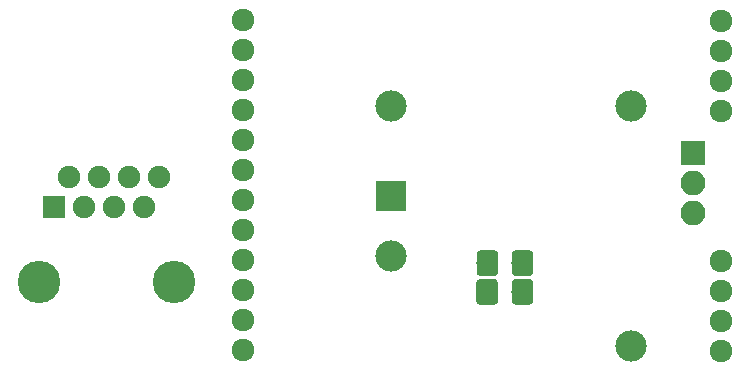
<source format=gbr>
G04 #@! TF.GenerationSoftware,KiCad,Pcbnew,(5.0.0)*
G04 #@! TF.CreationDate,2019-03-29T23:21:28-04:00*
G04 #@! TF.ProjectId,PoEShield,506F45536869656C642E6B696361645F,rev?*
G04 #@! TF.SameCoordinates,Original*
G04 #@! TF.FileFunction,Soldermask,Bot*
G04 #@! TF.FilePolarity,Negative*
%FSLAX46Y46*%
G04 Gerber Fmt 4.6, Leading zero omitted, Abs format (unit mm)*
G04 Created by KiCad (PCBNEW (5.0.0)) date 03/29/19 23:21:28*
%MOMM*%
%LPD*%
G01*
G04 APERTURE LIST*
%ADD10R,2.650000X2.650000*%
%ADD11C,2.650000*%
%ADD12C,1.900000*%
%ADD13R,1.900000X1.900000*%
%ADD14C,3.600000*%
%ADD15R,2.100000X2.100000*%
%ADD16O,2.100000X2.100000*%
%ADD17C,1.924000*%
%ADD18C,0.100000*%
%ADD19C,1.825000*%
G04 APERTURE END LIST*
D10*
G04 #@! TO.C,U3*
X128625600Y-96570800D03*
D11*
X128625600Y-101650800D03*
X148945600Y-109270800D03*
X148945600Y-88950800D03*
X128625600Y-88950800D03*
G04 #@! TD*
D12*
G04 #@! TO.C,J1*
X108966000Y-94996000D03*
X107696000Y-97536000D03*
X106426000Y-94996000D03*
X105156000Y-97536000D03*
X103886000Y-94996000D03*
X102616000Y-97536000D03*
X101346000Y-94996000D03*
D13*
X100076000Y-97536000D03*
D14*
X98806000Y-103886000D03*
X110236000Y-103886000D03*
G04 #@! TD*
D15*
G04 #@! TO.C,J3*
X154178000Y-92964000D03*
D16*
X154178000Y-95504000D03*
X154178000Y-98044000D03*
G04 #@! TD*
D17*
G04 #@! TO.C,U2*
X116102201Y-81685201D03*
X116102201Y-84225201D03*
X116102201Y-86765201D03*
X116102201Y-89305201D03*
X116102201Y-91845201D03*
X116102201Y-94385201D03*
X116102201Y-96925201D03*
X116102201Y-99465201D03*
X116102201Y-102005201D03*
X116102201Y-104545201D03*
X116102201Y-107085201D03*
X116102201Y-109625201D03*
X156542201Y-109675201D03*
X156542201Y-107135201D03*
X156502201Y-104595201D03*
X156542201Y-102055201D03*
X156542201Y-89355201D03*
X156542201Y-86815201D03*
X156542201Y-84275201D03*
X156542201Y-81735201D03*
G04 #@! TD*
D18*
G04 #@! TO.C,C6*
G36*
X137361407Y-103612642D02*
X137392487Y-103617252D01*
X137422966Y-103624887D01*
X137452550Y-103635472D01*
X137480954Y-103648906D01*
X137507904Y-103665059D01*
X137533142Y-103683777D01*
X137556423Y-103704877D01*
X137577523Y-103728158D01*
X137596241Y-103753396D01*
X137612394Y-103780346D01*
X137625828Y-103808750D01*
X137636413Y-103838334D01*
X137644048Y-103868813D01*
X137648658Y-103899893D01*
X137650200Y-103931276D01*
X137650200Y-105440924D01*
X137648658Y-105472307D01*
X137644048Y-105503387D01*
X137636413Y-105533866D01*
X137625828Y-105563450D01*
X137612394Y-105591854D01*
X137596241Y-105618804D01*
X137577523Y-105644042D01*
X137556423Y-105667323D01*
X137533142Y-105688423D01*
X137507904Y-105707141D01*
X137480954Y-105723294D01*
X137452550Y-105736728D01*
X137422966Y-105747313D01*
X137392487Y-105754948D01*
X137361407Y-105759558D01*
X137330024Y-105761100D01*
X136145376Y-105761100D01*
X136113993Y-105759558D01*
X136082913Y-105754948D01*
X136052434Y-105747313D01*
X136022850Y-105736728D01*
X135994446Y-105723294D01*
X135967496Y-105707141D01*
X135942258Y-105688423D01*
X135918977Y-105667323D01*
X135897877Y-105644042D01*
X135879159Y-105618804D01*
X135863006Y-105591854D01*
X135849572Y-105563450D01*
X135838987Y-105533866D01*
X135831352Y-105503387D01*
X135826742Y-105472307D01*
X135825200Y-105440924D01*
X135825200Y-103931276D01*
X135826742Y-103899893D01*
X135831352Y-103868813D01*
X135838987Y-103838334D01*
X135849572Y-103808750D01*
X135863006Y-103780346D01*
X135879159Y-103753396D01*
X135897877Y-103728158D01*
X135918977Y-103704877D01*
X135942258Y-103683777D01*
X135967496Y-103665059D01*
X135994446Y-103648906D01*
X136022850Y-103635472D01*
X136052434Y-103624887D01*
X136082913Y-103617252D01*
X136113993Y-103612642D01*
X136145376Y-103611100D01*
X137330024Y-103611100D01*
X137361407Y-103612642D01*
X137361407Y-103612642D01*
G37*
D19*
X136737700Y-104686100D03*
D18*
G36*
X140336407Y-103612642D02*
X140367487Y-103617252D01*
X140397966Y-103624887D01*
X140427550Y-103635472D01*
X140455954Y-103648906D01*
X140482904Y-103665059D01*
X140508142Y-103683777D01*
X140531423Y-103704877D01*
X140552523Y-103728158D01*
X140571241Y-103753396D01*
X140587394Y-103780346D01*
X140600828Y-103808750D01*
X140611413Y-103838334D01*
X140619048Y-103868813D01*
X140623658Y-103899893D01*
X140625200Y-103931276D01*
X140625200Y-105440924D01*
X140623658Y-105472307D01*
X140619048Y-105503387D01*
X140611413Y-105533866D01*
X140600828Y-105563450D01*
X140587394Y-105591854D01*
X140571241Y-105618804D01*
X140552523Y-105644042D01*
X140531423Y-105667323D01*
X140508142Y-105688423D01*
X140482904Y-105707141D01*
X140455954Y-105723294D01*
X140427550Y-105736728D01*
X140397966Y-105747313D01*
X140367487Y-105754948D01*
X140336407Y-105759558D01*
X140305024Y-105761100D01*
X139120376Y-105761100D01*
X139088993Y-105759558D01*
X139057913Y-105754948D01*
X139027434Y-105747313D01*
X138997850Y-105736728D01*
X138969446Y-105723294D01*
X138942496Y-105707141D01*
X138917258Y-105688423D01*
X138893977Y-105667323D01*
X138872877Y-105644042D01*
X138854159Y-105618804D01*
X138838006Y-105591854D01*
X138824572Y-105563450D01*
X138813987Y-105533866D01*
X138806352Y-105503387D01*
X138801742Y-105472307D01*
X138800200Y-105440924D01*
X138800200Y-103931276D01*
X138801742Y-103899893D01*
X138806352Y-103868813D01*
X138813987Y-103838334D01*
X138824572Y-103808750D01*
X138838006Y-103780346D01*
X138854159Y-103753396D01*
X138872877Y-103728158D01*
X138893977Y-103704877D01*
X138917258Y-103683777D01*
X138942496Y-103665059D01*
X138969446Y-103648906D01*
X138997850Y-103635472D01*
X139027434Y-103624887D01*
X139057913Y-103617252D01*
X139088993Y-103612642D01*
X139120376Y-103611100D01*
X140305024Y-103611100D01*
X140336407Y-103612642D01*
X140336407Y-103612642D01*
G37*
D19*
X139712700Y-104686100D03*
G04 #@! TD*
D18*
G04 #@! TO.C,C7*
G36*
X140350707Y-101174242D02*
X140381787Y-101178852D01*
X140412266Y-101186487D01*
X140441850Y-101197072D01*
X140470254Y-101210506D01*
X140497204Y-101226659D01*
X140522442Y-101245377D01*
X140545723Y-101266477D01*
X140566823Y-101289758D01*
X140585541Y-101314996D01*
X140601694Y-101341946D01*
X140615128Y-101370350D01*
X140625713Y-101399934D01*
X140633348Y-101430413D01*
X140637958Y-101461493D01*
X140639500Y-101492876D01*
X140639500Y-103002524D01*
X140637958Y-103033907D01*
X140633348Y-103064987D01*
X140625713Y-103095466D01*
X140615128Y-103125050D01*
X140601694Y-103153454D01*
X140585541Y-103180404D01*
X140566823Y-103205642D01*
X140545723Y-103228923D01*
X140522442Y-103250023D01*
X140497204Y-103268741D01*
X140470254Y-103284894D01*
X140441850Y-103298328D01*
X140412266Y-103308913D01*
X140381787Y-103316548D01*
X140350707Y-103321158D01*
X140319324Y-103322700D01*
X139134676Y-103322700D01*
X139103293Y-103321158D01*
X139072213Y-103316548D01*
X139041734Y-103308913D01*
X139012150Y-103298328D01*
X138983746Y-103284894D01*
X138956796Y-103268741D01*
X138931558Y-103250023D01*
X138908277Y-103228923D01*
X138887177Y-103205642D01*
X138868459Y-103180404D01*
X138852306Y-103153454D01*
X138838872Y-103125050D01*
X138828287Y-103095466D01*
X138820652Y-103064987D01*
X138816042Y-103033907D01*
X138814500Y-103002524D01*
X138814500Y-101492876D01*
X138816042Y-101461493D01*
X138820652Y-101430413D01*
X138828287Y-101399934D01*
X138838872Y-101370350D01*
X138852306Y-101341946D01*
X138868459Y-101314996D01*
X138887177Y-101289758D01*
X138908277Y-101266477D01*
X138931558Y-101245377D01*
X138956796Y-101226659D01*
X138983746Y-101210506D01*
X139012150Y-101197072D01*
X139041734Y-101186487D01*
X139072213Y-101178852D01*
X139103293Y-101174242D01*
X139134676Y-101172700D01*
X140319324Y-101172700D01*
X140350707Y-101174242D01*
X140350707Y-101174242D01*
G37*
D19*
X139727000Y-102247700D03*
D18*
G36*
X137375707Y-101174242D02*
X137406787Y-101178852D01*
X137437266Y-101186487D01*
X137466850Y-101197072D01*
X137495254Y-101210506D01*
X137522204Y-101226659D01*
X137547442Y-101245377D01*
X137570723Y-101266477D01*
X137591823Y-101289758D01*
X137610541Y-101314996D01*
X137626694Y-101341946D01*
X137640128Y-101370350D01*
X137650713Y-101399934D01*
X137658348Y-101430413D01*
X137662958Y-101461493D01*
X137664500Y-101492876D01*
X137664500Y-103002524D01*
X137662958Y-103033907D01*
X137658348Y-103064987D01*
X137650713Y-103095466D01*
X137640128Y-103125050D01*
X137626694Y-103153454D01*
X137610541Y-103180404D01*
X137591823Y-103205642D01*
X137570723Y-103228923D01*
X137547442Y-103250023D01*
X137522204Y-103268741D01*
X137495254Y-103284894D01*
X137466850Y-103298328D01*
X137437266Y-103308913D01*
X137406787Y-103316548D01*
X137375707Y-103321158D01*
X137344324Y-103322700D01*
X136159676Y-103322700D01*
X136128293Y-103321158D01*
X136097213Y-103316548D01*
X136066734Y-103308913D01*
X136037150Y-103298328D01*
X136008746Y-103284894D01*
X135981796Y-103268741D01*
X135956558Y-103250023D01*
X135933277Y-103228923D01*
X135912177Y-103205642D01*
X135893459Y-103180404D01*
X135877306Y-103153454D01*
X135863872Y-103125050D01*
X135853287Y-103095466D01*
X135845652Y-103064987D01*
X135841042Y-103033907D01*
X135839500Y-103002524D01*
X135839500Y-101492876D01*
X135841042Y-101461493D01*
X135845652Y-101430413D01*
X135853287Y-101399934D01*
X135863872Y-101370350D01*
X135877306Y-101341946D01*
X135893459Y-101314996D01*
X135912177Y-101289758D01*
X135933277Y-101266477D01*
X135956558Y-101245377D01*
X135981796Y-101226659D01*
X136008746Y-101210506D01*
X136037150Y-101197072D01*
X136066734Y-101186487D01*
X136097213Y-101178852D01*
X136128293Y-101174242D01*
X136159676Y-101172700D01*
X137344324Y-101172700D01*
X137375707Y-101174242D01*
X137375707Y-101174242D01*
G37*
D19*
X136752000Y-102247700D03*
G04 #@! TD*
M02*

</source>
